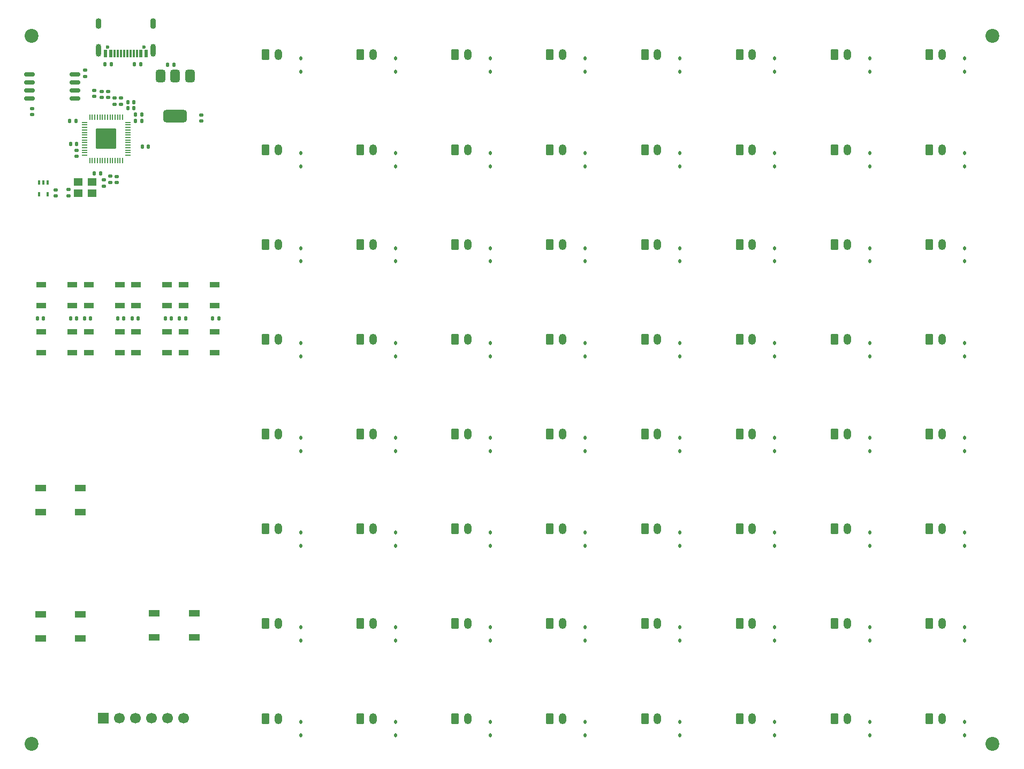
<source format=gbr>
%TF.GenerationSoftware,KiCad,Pcbnew,9.0.1*%
%TF.CreationDate,2025-04-23T11:08:09-04:00*%
%TF.ProjectId,KnH0F,4b6e4830-462e-46b6-9963-61645f706362,rev?*%
%TF.SameCoordinates,Original*%
%TF.FileFunction,Soldermask,Top*%
%TF.FilePolarity,Negative*%
%FSLAX46Y46*%
G04 Gerber Fmt 4.6, Leading zero omitted, Abs format (unit mm)*
G04 Created by KiCad (PCBNEW 9.0.1) date 2025-04-23 11:08:09*
%MOMM*%
%LPD*%
G01*
G04 APERTURE LIST*
G04 Aperture macros list*
%AMRoundRect*
0 Rectangle with rounded corners*
0 $1 Rounding radius*
0 $2 $3 $4 $5 $6 $7 $8 $9 X,Y pos of 4 corners*
0 Add a 4 corners polygon primitive as box body*
4,1,4,$2,$3,$4,$5,$6,$7,$8,$9,$2,$3,0*
0 Add four circle primitives for the rounded corners*
1,1,$1+$1,$2,$3*
1,1,$1+$1,$4,$5*
1,1,$1+$1,$6,$7*
1,1,$1+$1,$8,$9*
0 Add four rect primitives between the rounded corners*
20,1,$1+$1,$2,$3,$4,$5,0*
20,1,$1+$1,$4,$5,$6,$7,0*
20,1,$1+$1,$6,$7,$8,$9,0*
20,1,$1+$1,$8,$9,$2,$3,0*%
G04 Aperture macros list end*
%ADD10RoundRect,0.112500X0.112500X-0.187500X0.112500X0.187500X-0.112500X0.187500X-0.112500X-0.187500X0*%
%ADD11RoundRect,0.250000X-0.350000X-0.625000X0.350000X-0.625000X0.350000X0.625000X-0.350000X0.625000X0*%
%ADD12O,1.200000X1.750000*%
%ADD13C,2.200000*%
%ADD14RoundRect,0.140000X-0.140000X-0.170000X0.140000X-0.170000X0.140000X0.170000X-0.140000X0.170000X0*%
%ADD15RoundRect,0.140000X0.140000X0.170000X-0.140000X0.170000X-0.140000X-0.170000X0.140000X-0.170000X0*%
%ADD16RoundRect,0.050000X-0.387500X-0.050000X0.387500X-0.050000X0.387500X0.050000X-0.387500X0.050000X0*%
%ADD17RoundRect,0.050000X-0.050000X-0.387500X0.050000X-0.387500X0.050000X0.387500X-0.050000X0.387500X0*%
%ADD18RoundRect,0.144000X-1.456000X-1.456000X1.456000X-1.456000X1.456000X1.456000X-1.456000X1.456000X0*%
%ADD19R,1.700000X1.000000*%
%ADD20RoundRect,0.140000X0.170000X-0.140000X0.170000X0.140000X-0.170000X0.140000X-0.170000X-0.140000X0*%
%ADD21RoundRect,0.090000X-0.660000X-0.360000X0.660000X-0.360000X0.660000X0.360000X-0.660000X0.360000X0*%
%ADD22RoundRect,0.140000X-0.170000X0.140000X-0.170000X-0.140000X0.170000X-0.140000X0.170000X0.140000X0*%
%ADD23RoundRect,0.135000X0.135000X0.185000X-0.135000X0.185000X-0.135000X-0.185000X0.135000X-0.185000X0*%
%ADD24RoundRect,0.090000X0.660000X0.360000X-0.660000X0.360000X-0.660000X-0.360000X0.660000X-0.360000X0*%
%ADD25RoundRect,0.135000X-0.185000X0.135000X-0.185000X-0.135000X0.185000X-0.135000X0.185000X0.135000X0*%
%ADD26RoundRect,0.375000X-0.375000X0.625000X-0.375000X-0.625000X0.375000X-0.625000X0.375000X0.625000X0*%
%ADD27RoundRect,0.500000X-1.400000X0.500000X-1.400000X-0.500000X1.400000X-0.500000X1.400000X0.500000X0*%
%ADD28RoundRect,0.135000X-0.135000X-0.185000X0.135000X-0.185000X0.135000X0.185000X-0.135000X0.185000X0*%
%ADD29RoundRect,0.100000X-0.100000X0.225000X-0.100000X-0.225000X0.100000X-0.225000X0.100000X0.225000X0*%
%ADD30C,0.600000*%
%ADD31R,0.600000X1.160000*%
%ADD32R,0.300000X1.160000*%
%ADD33O,0.900000X2.000000*%
%ADD34O,0.900000X1.700000*%
%ADD35R,1.400000X1.200000*%
%ADD36RoundRect,0.162500X-0.650000X-0.162500X0.650000X-0.162500X0.650000X0.162500X-0.650000X0.162500X0*%
%ADD37R,1.700000X1.700000*%
%ADD38C,1.700000*%
G04 APERTURE END LIST*
D10*
%TO.C,D42*%
X81550000Y-104677500D03*
X81550000Y-102577500D03*
%TD*%
D11*
%TO.C,SW53*%
X121000000Y-117000000D03*
D12*
X123000000Y-117000000D03*
%TD*%
D10*
%TO.C,D62*%
X141550000Y-134677500D03*
X141550000Y-132577500D03*
%TD*%
D11*
%TO.C,SW36*%
X106000000Y-87000000D03*
D12*
X108000000Y-87000000D03*
%TD*%
D10*
%TO.C,D26*%
X81550000Y-74677500D03*
X81550000Y-72577500D03*
%TD*%
D11*
%TO.C,SW37*%
X121000000Y-87000000D03*
D12*
X123000000Y-87000000D03*
%TD*%
D11*
%TO.C,SW32*%
X166000000Y-72000000D03*
D12*
X168000000Y-72000000D03*
%TD*%
D11*
%TO.C,SW44*%
X106000000Y-102000000D03*
D12*
X108000000Y-102000000D03*
%TD*%
D11*
%TO.C,SW20*%
X106000000Y-57000000D03*
D12*
X108000000Y-57000000D03*
%TD*%
D10*
%TO.C,D10*%
X81550000Y-44677500D03*
X81550000Y-42577500D03*
%TD*%
%TO.C,D63*%
X156550000Y-134677500D03*
X156550000Y-132577500D03*
%TD*%
%TO.C,D7*%
X156550000Y-29677500D03*
X156550000Y-27577500D03*
%TD*%
%TO.C,D48*%
X171550000Y-104677500D03*
X171550000Y-102577500D03*
%TD*%
%TO.C,D27*%
X96550000Y-74677500D03*
X96550000Y-72577500D03*
%TD*%
D11*
%TO.C,SW6*%
X136000000Y-27000000D03*
D12*
X138000000Y-27000000D03*
%TD*%
D10*
%TO.C,D6*%
X141550000Y-29677500D03*
X141550000Y-27577500D03*
%TD*%
D11*
%TO.C,SW29*%
X121000000Y-72000000D03*
D12*
X123000000Y-72000000D03*
%TD*%
D10*
%TO.C,D1*%
X66550000Y-29677500D03*
X66550000Y-27577500D03*
%TD*%
D11*
%TO.C,SW47*%
X151000000Y-102000000D03*
D12*
X153000000Y-102000000D03*
%TD*%
D11*
%TO.C,SW48*%
X166000000Y-102000000D03*
D12*
X168000000Y-102000000D03*
%TD*%
D11*
%TO.C,SW4*%
X106000000Y-27000000D03*
D12*
X108000000Y-27000000D03*
%TD*%
D11*
%TO.C,SW23*%
X151000000Y-57000000D03*
D12*
X153000000Y-57000000D03*
%TD*%
D11*
%TO.C,SW28*%
X106000000Y-72000000D03*
D12*
X108000000Y-72000000D03*
%TD*%
D11*
%TO.C,SW62*%
X136000000Y-132000000D03*
D12*
X138000000Y-132000000D03*
%TD*%
D10*
%TO.C,D32*%
X171550000Y-74677500D03*
X171550000Y-72577500D03*
%TD*%
%TO.C,D17*%
X66550000Y-59677500D03*
X66550000Y-57577500D03*
%TD*%
D11*
%TO.C,SW63*%
X151000000Y-132000000D03*
D12*
X153000000Y-132000000D03*
%TD*%
D11*
%TO.C,SW18*%
X76000000Y-57000000D03*
D12*
X78000000Y-57000000D03*
%TD*%
D10*
%TO.C,D14*%
X141550000Y-44677500D03*
X141550000Y-42577500D03*
%TD*%
D11*
%TO.C,SW51*%
X91000000Y-117000000D03*
D12*
X93000000Y-117000000D03*
%TD*%
D11*
%TO.C,SW61*%
X121000000Y-132000000D03*
D12*
X123000000Y-132000000D03*
%TD*%
D10*
%TO.C,D40*%
X171550000Y-89677500D03*
X171550000Y-87577500D03*
%TD*%
D11*
%TO.C,SW1*%
X61000000Y-27000000D03*
D12*
X63000000Y-27000000D03*
%TD*%
D11*
%TO.C,SW33*%
X61000000Y-87000000D03*
D12*
X63000000Y-87000000D03*
%TD*%
D11*
%TO.C,SW58*%
X76000000Y-132000000D03*
D12*
X78000000Y-132000000D03*
%TD*%
D10*
%TO.C,D25*%
X66550000Y-74677500D03*
X66550000Y-72577500D03*
%TD*%
D11*
%TO.C,SW25*%
X61000000Y-72000000D03*
D12*
X63000000Y-72000000D03*
%TD*%
D11*
%TO.C,SW8*%
X166000000Y-27000000D03*
D12*
X168000000Y-27000000D03*
%TD*%
D10*
%TO.C,D47*%
X156550000Y-104677500D03*
X156550000Y-102577500D03*
%TD*%
D11*
%TO.C,SW7*%
X151000000Y-27000000D03*
D12*
X153000000Y-27000000D03*
%TD*%
D11*
%TO.C,SW38*%
X136000000Y-87000000D03*
D12*
X138000000Y-87000000D03*
%TD*%
D10*
%TO.C,D2*%
X81550000Y-29677500D03*
X81550000Y-27577500D03*
%TD*%
%TO.C,D64*%
X171550000Y-134677500D03*
X171550000Y-132577500D03*
%TD*%
D11*
%TO.C,SW35*%
X91000000Y-87000000D03*
D12*
X93000000Y-87000000D03*
%TD*%
D11*
%TO.C,SW2*%
X76000000Y-27000000D03*
D12*
X78000000Y-27000000D03*
%TD*%
D10*
%TO.C,D29*%
X126550000Y-74677500D03*
X126550000Y-72577500D03*
%TD*%
%TO.C,D3*%
X96550000Y-29677500D03*
X96550000Y-27577500D03*
%TD*%
D11*
%TO.C,SW16*%
X166000000Y-42000000D03*
D12*
X168000000Y-42000000D03*
%TD*%
D11*
%TO.C,SW21*%
X121000000Y-57000000D03*
D12*
X123000000Y-57000000D03*
%TD*%
D11*
%TO.C,SW27*%
X91000000Y-72000000D03*
D12*
X93000000Y-72000000D03*
%TD*%
D11*
%TO.C,SW9*%
X61000000Y-42000000D03*
D12*
X63000000Y-42000000D03*
%TD*%
D10*
%TO.C,D50*%
X81550000Y-119677500D03*
X81550000Y-117577500D03*
%TD*%
%TO.C,D51*%
X96550000Y-119677500D03*
X96550000Y-117577500D03*
%TD*%
%TO.C,D22*%
X141550000Y-59677500D03*
X141550000Y-57577500D03*
%TD*%
%TO.C,D58*%
X81550000Y-134677500D03*
X81550000Y-132577500D03*
%TD*%
%TO.C,D36*%
X111550000Y-89677500D03*
X111550000Y-87577500D03*
%TD*%
%TO.C,D5*%
X126550000Y-29677500D03*
X126550000Y-27577500D03*
%TD*%
%TO.C,D15*%
X156550000Y-44677500D03*
X156550000Y-42577500D03*
%TD*%
%TO.C,D30*%
X141550000Y-74677500D03*
X141550000Y-72577500D03*
%TD*%
%TO.C,D23*%
X156550000Y-59677500D03*
X156550000Y-57577500D03*
%TD*%
D11*
%TO.C,SW46*%
X136000000Y-102000000D03*
D12*
X138000000Y-102000000D03*
%TD*%
D10*
%TO.C,D21*%
X126550000Y-59677500D03*
X126550000Y-57577500D03*
%TD*%
%TO.C,D45*%
X126550000Y-104677500D03*
X126550000Y-102577500D03*
%TD*%
%TO.C,D13*%
X126550000Y-44677500D03*
X126550000Y-42577500D03*
%TD*%
%TO.C,D52*%
X111550000Y-119677500D03*
X111550000Y-117577500D03*
%TD*%
%TO.C,D43*%
X96550000Y-104677500D03*
X96550000Y-102577500D03*
%TD*%
D11*
%TO.C,SW49*%
X61000000Y-117000000D03*
D12*
X63000000Y-117000000D03*
%TD*%
D10*
%TO.C,D55*%
X156550000Y-119677500D03*
X156550000Y-117577500D03*
%TD*%
D11*
%TO.C,SW40*%
X166000000Y-87000000D03*
D12*
X168000000Y-87000000D03*
%TD*%
D10*
%TO.C,D44*%
X111550000Y-104677500D03*
X111550000Y-102577500D03*
%TD*%
%TO.C,D49*%
X66550000Y-119677500D03*
X66550000Y-117577500D03*
%TD*%
D11*
%TO.C,SW5*%
X121000000Y-27000000D03*
D12*
X123000000Y-27000000D03*
%TD*%
D11*
%TO.C,SW30*%
X136000000Y-72000000D03*
D12*
X138000000Y-72000000D03*
%TD*%
D11*
%TO.C,SW10*%
X76000000Y-42000000D03*
D12*
X78000000Y-42000000D03*
%TD*%
D11*
%TO.C,SW17*%
X61000000Y-57000000D03*
D12*
X63000000Y-57000000D03*
%TD*%
D11*
%TO.C,SW22*%
X136000000Y-57000000D03*
D12*
X138000000Y-57000000D03*
%TD*%
D11*
%TO.C,SW55*%
X151000000Y-117000000D03*
D12*
X153000000Y-117000000D03*
%TD*%
D11*
%TO.C,SW31*%
X151000000Y-72000000D03*
D12*
X153000000Y-72000000D03*
%TD*%
D11*
%TO.C,SW19*%
X91000000Y-57000000D03*
D12*
X93000000Y-57000000D03*
%TD*%
D10*
%TO.C,D9*%
X66550000Y-44677500D03*
X66550000Y-42577500D03*
%TD*%
%TO.C,D20*%
X111550000Y-59677500D03*
X111550000Y-57577500D03*
%TD*%
D11*
%TO.C,SW15*%
X151000000Y-42000000D03*
D12*
X153000000Y-42000000D03*
%TD*%
D11*
%TO.C,SW3*%
X91000000Y-27000000D03*
D12*
X93000000Y-27000000D03*
%TD*%
D10*
%TO.C,D56*%
X171550000Y-119677500D03*
X171550000Y-117577500D03*
%TD*%
D11*
%TO.C,SW26*%
X76000000Y-72000000D03*
D12*
X78000000Y-72000000D03*
%TD*%
D11*
%TO.C,SW34*%
X76000000Y-87000000D03*
D12*
X78000000Y-87000000D03*
%TD*%
D11*
%TO.C,SW54*%
X136000000Y-117000000D03*
D12*
X138000000Y-117000000D03*
%TD*%
D11*
%TO.C,SW64*%
X166000000Y-132000000D03*
D12*
X168000000Y-132000000D03*
%TD*%
D10*
%TO.C,D31*%
X156550000Y-74677500D03*
X156550000Y-72577500D03*
%TD*%
%TO.C,D33*%
X66550000Y-89677500D03*
X66550000Y-87577500D03*
%TD*%
D11*
%TO.C,SW50*%
X76000000Y-117000000D03*
D12*
X78000000Y-117000000D03*
%TD*%
D10*
%TO.C,D11*%
X96550000Y-44677500D03*
X96550000Y-42577500D03*
%TD*%
%TO.C,D16*%
X171550000Y-44677500D03*
X171550000Y-42577500D03*
%TD*%
%TO.C,D12*%
X111550000Y-44677500D03*
X111550000Y-42577500D03*
%TD*%
D11*
%TO.C,SW12*%
X106000000Y-42000000D03*
D12*
X108000000Y-42000000D03*
%TD*%
D11*
%TO.C,SW43*%
X91000000Y-102000000D03*
D12*
X93000000Y-102000000D03*
%TD*%
D11*
%TO.C,SW60*%
X106000000Y-132000000D03*
D12*
X108000000Y-132000000D03*
%TD*%
D11*
%TO.C,SW52*%
X106000000Y-117000000D03*
D12*
X108000000Y-117000000D03*
%TD*%
D10*
%TO.C,D4*%
X111550000Y-29677500D03*
X111550000Y-27577500D03*
%TD*%
%TO.C,D41*%
X66550000Y-104677500D03*
X66550000Y-102577500D03*
%TD*%
%TO.C,D8*%
X171550000Y-29677500D03*
X171550000Y-27577500D03*
%TD*%
%TO.C,D34*%
X81550000Y-89677500D03*
X81550000Y-87577500D03*
%TD*%
%TO.C,D37*%
X126550000Y-89677500D03*
X126550000Y-87577500D03*
%TD*%
%TO.C,D59*%
X96550000Y-134677500D03*
X96550000Y-132577500D03*
%TD*%
%TO.C,D60*%
X111550000Y-134677500D03*
X111550000Y-132577500D03*
%TD*%
D11*
%TO.C,SW14*%
X136000000Y-42000000D03*
D12*
X138000000Y-42000000D03*
%TD*%
D10*
%TO.C,D39*%
X156550000Y-89677500D03*
X156550000Y-87577500D03*
%TD*%
%TO.C,D19*%
X96550000Y-59677500D03*
X96550000Y-57577500D03*
%TD*%
%TO.C,D28*%
X111550000Y-74677500D03*
X111550000Y-72577500D03*
%TD*%
%TO.C,D53*%
X126550000Y-119677500D03*
X126550000Y-117577500D03*
%TD*%
%TO.C,D35*%
X96550000Y-89677500D03*
X96550000Y-87577500D03*
%TD*%
%TO.C,D18*%
X81550000Y-59677500D03*
X81550000Y-57577500D03*
%TD*%
D11*
%TO.C,SW57*%
X61000000Y-132000000D03*
D12*
X63000000Y-132000000D03*
%TD*%
D10*
%TO.C,D54*%
X141550000Y-119677500D03*
X141550000Y-117577500D03*
%TD*%
%TO.C,D57*%
X66550000Y-134677500D03*
X66550000Y-132577500D03*
%TD*%
%TO.C,D46*%
X141550000Y-104677500D03*
X141550000Y-102577500D03*
%TD*%
D11*
%TO.C,SW39*%
X151000000Y-87000000D03*
D12*
X153000000Y-87000000D03*
%TD*%
D11*
%TO.C,SW59*%
X91000000Y-132000000D03*
D12*
X93000000Y-132000000D03*
%TD*%
D11*
%TO.C,SW13*%
X121000000Y-42000000D03*
D12*
X123000000Y-42000000D03*
%TD*%
D10*
%TO.C,D61*%
X126550000Y-134677500D03*
X126550000Y-132577500D03*
%TD*%
D11*
%TO.C,SW45*%
X121000000Y-102000000D03*
D12*
X123000000Y-102000000D03*
%TD*%
D10*
%TO.C,D38*%
X141550000Y-89677500D03*
X141550000Y-87577500D03*
%TD*%
D11*
%TO.C,SW42*%
X76000000Y-102000000D03*
D12*
X78000000Y-102000000D03*
%TD*%
D11*
%TO.C,SW11*%
X91000000Y-42000000D03*
D12*
X93000000Y-42000000D03*
%TD*%
D11*
%TO.C,SW56*%
X166000000Y-117000000D03*
D12*
X168000000Y-117000000D03*
%TD*%
D10*
%TO.C,D24*%
X171550000Y-59677500D03*
X171550000Y-57577500D03*
%TD*%
D11*
%TO.C,SW24*%
X166000000Y-57000000D03*
D12*
X168000000Y-57000000D03*
%TD*%
D11*
%TO.C,SW41*%
X61000000Y-102000000D03*
D12*
X63000000Y-102000000D03*
%TD*%
D13*
%TO.C,H1*%
X24000000Y-24000000D03*
%TD*%
D14*
%TO.C,C21*%
X39222500Y-35475000D03*
X40182500Y-35475000D03*
%TD*%
D15*
%TO.C,C25*%
X34887746Y-45770000D03*
X33927746Y-45770000D03*
%TD*%
%TO.C,C4*%
X53605000Y-68730000D03*
X52645000Y-68730000D03*
%TD*%
%TO.C,C16*%
X31142500Y-41130000D03*
X30182500Y-41130000D03*
%TD*%
D16*
%TO.C,U3*%
X32370246Y-37690000D03*
X32370246Y-38090000D03*
X32370246Y-38490000D03*
X32370246Y-38890000D03*
X32370246Y-39290000D03*
X32370246Y-39690000D03*
X32370246Y-40090000D03*
X32370246Y-40490000D03*
X32370246Y-40890000D03*
X32370246Y-41290000D03*
X32370246Y-41690000D03*
X32370246Y-42090000D03*
X32370246Y-42490000D03*
X32370246Y-42890000D03*
D17*
X33207746Y-43727500D03*
X33607746Y-43727500D03*
X34007746Y-43727500D03*
X34407746Y-43727500D03*
X34807746Y-43727500D03*
X35207746Y-43727500D03*
X35607746Y-43727500D03*
X36007746Y-43727500D03*
X36407746Y-43727500D03*
X36807746Y-43727500D03*
X37207746Y-43727500D03*
X37607746Y-43727500D03*
X38007746Y-43727500D03*
X38407746Y-43727500D03*
D16*
X39245246Y-42890000D03*
X39245246Y-42490000D03*
X39245246Y-42090000D03*
X39245246Y-41690000D03*
X39245246Y-41290000D03*
X39245246Y-40890000D03*
X39245246Y-40490000D03*
X39245246Y-40090000D03*
X39245246Y-39690000D03*
X39245246Y-39290000D03*
X39245246Y-38890000D03*
X39245246Y-38490000D03*
X39245246Y-38090000D03*
X39245246Y-37690000D03*
D17*
X38407746Y-36852500D03*
X38007746Y-36852500D03*
X37607746Y-36852500D03*
X37207746Y-36852500D03*
X36807746Y-36852500D03*
X36407746Y-36852500D03*
X36007746Y-36852500D03*
X35607746Y-36852500D03*
X35207746Y-36852500D03*
X34807746Y-36852500D03*
X34407746Y-36852500D03*
X34007746Y-36852500D03*
X33607746Y-36852500D03*
X33207746Y-36852500D03*
D18*
X35807746Y-40290000D03*
%TD*%
D15*
%TO.C,C1*%
X31105000Y-68730000D03*
X30145000Y-68730000D03*
%TD*%
D13*
%TO.C,H2*%
X176000000Y-24000000D03*
%TD*%
D19*
%TO.C,SW65*%
X31710000Y-119360000D03*
X25410000Y-119360000D03*
X31710000Y-115560000D03*
X25410000Y-115560000D03*
%TD*%
D14*
%TO.C,C12*%
X40452500Y-37455000D03*
X41412500Y-37455000D03*
%TD*%
D20*
%TO.C,C9*%
X27810000Y-49320000D03*
X27810000Y-48360000D03*
%TD*%
D14*
%TO.C,C8*%
X47395000Y-68730000D03*
X48355000Y-68730000D03*
%TD*%
D20*
%TO.C,C23*%
X50850000Y-37507500D03*
X50850000Y-36547500D03*
%TD*%
D21*
%TO.C,NP5*%
X25550000Y-70850000D03*
X25550000Y-74150000D03*
X30450000Y-74150000D03*
X30450000Y-70850000D03*
%TD*%
D22*
%TO.C,C24*%
X32482500Y-29450000D03*
X32482500Y-30410000D03*
%TD*%
D14*
%TO.C,C7*%
X39895000Y-68730000D03*
X40855000Y-68730000D03*
%TD*%
D23*
%TO.C,R4*%
X41250000Y-28490000D03*
X40230000Y-28490000D03*
%TD*%
D24*
%TO.C,NP3*%
X45450000Y-66650000D03*
X45450000Y-63350000D03*
X40550000Y-63350000D03*
X40550000Y-66650000D03*
%TD*%
D20*
%TO.C,C26*%
X29830000Y-49280000D03*
X29830000Y-48320000D03*
%TD*%
D25*
%TO.C,R6*%
X35422500Y-46780000D03*
X35422500Y-47800000D03*
%TD*%
D21*
%TO.C,NP6*%
X33050000Y-70850000D03*
X33050000Y-74150000D03*
X37950000Y-74150000D03*
X37950000Y-70850000D03*
%TD*%
D22*
%TO.C,R2*%
X38102500Y-33855000D03*
X38102500Y-34815000D03*
%TD*%
D15*
%TO.C,C2*%
X38605000Y-68730000D03*
X37645000Y-68730000D03*
%TD*%
%TO.C,C15*%
X31012500Y-37430000D03*
X30052500Y-37430000D03*
%TD*%
D14*
%TO.C,C5*%
X24895000Y-68730000D03*
X25855000Y-68730000D03*
%TD*%
%TO.C,C6*%
X32395000Y-68730000D03*
X33355000Y-68730000D03*
%TD*%
D20*
%TO.C,C19*%
X35102500Y-33730000D03*
X35102500Y-32770000D03*
%TD*%
D14*
%TO.C,C13*%
X40454500Y-36467000D03*
X41414500Y-36467000D03*
%TD*%
D20*
%TO.C,C18*%
X36092500Y-33730000D03*
X36092500Y-32770000D03*
%TD*%
D13*
%TO.C,H3*%
X24000000Y-136000000D03*
%TD*%
D22*
%TO.C,R1*%
X37122500Y-33850000D03*
X37122500Y-34810000D03*
%TD*%
D21*
%TO.C,NP7*%
X40550000Y-70850000D03*
X40550000Y-74150000D03*
X45450000Y-74150000D03*
X45450000Y-70850000D03*
%TD*%
D14*
%TO.C,C20*%
X39212500Y-34475000D03*
X40172500Y-34475000D03*
%TD*%
D26*
%TO.C,U2*%
X49022500Y-30380000D03*
X46722500Y-30380000D03*
D27*
X46722500Y-36680000D03*
D26*
X44422500Y-30380000D03*
%TD*%
D14*
%TO.C,C14*%
X41500000Y-41520000D03*
X42460000Y-41520000D03*
%TD*%
D21*
%TO.C,NP8*%
X48050000Y-70850000D03*
X48050000Y-74150000D03*
X52950000Y-74150000D03*
X52950000Y-70850000D03*
%TD*%
D15*
%TO.C,C3*%
X46105000Y-68730000D03*
X45145000Y-68730000D03*
%TD*%
D22*
%TO.C,C11*%
X37502500Y-46230000D03*
X37502500Y-47190000D03*
%TD*%
D24*
%TO.C,NP2*%
X37950000Y-66650000D03*
X37950000Y-63350000D03*
X33050000Y-63350000D03*
X33050000Y-66650000D03*
%TD*%
D22*
%TO.C,R5*%
X24072500Y-35480000D03*
X24072500Y-36440000D03*
%TD*%
%TO.C,C17*%
X36467746Y-46214000D03*
X36467746Y-47174000D03*
%TD*%
D13*
%TO.C,H4*%
X176000000Y-136000000D03*
%TD*%
D24*
%TO.C,NP1*%
X30450000Y-66650000D03*
X30450000Y-63350000D03*
X25550000Y-63350000D03*
X25550000Y-66650000D03*
%TD*%
D28*
%TO.C,R3*%
X35590000Y-28490000D03*
X36610000Y-28490000D03*
%TD*%
D19*
%TO.C,SW67*%
X43410000Y-115400000D03*
X49710000Y-115400000D03*
X43410000Y-119200000D03*
X49710000Y-119200000D03*
%TD*%
D29*
%TO.C,U1*%
X26520000Y-47200000D03*
X25870000Y-47200000D03*
X25220000Y-47200000D03*
X25220000Y-49100000D03*
X26520000Y-49100000D03*
%TD*%
D30*
%TO.C,J1*%
X41780000Y-25770000D03*
X36000000Y-25770000D03*
D31*
X42090000Y-26830000D03*
X41290000Y-26830000D03*
D32*
X40140000Y-26830000D03*
X39140000Y-26830000D03*
X38640000Y-26830000D03*
X37640000Y-26830000D03*
D31*
X36490000Y-26830000D03*
X35690000Y-26830000D03*
X35690000Y-26830000D03*
X36490000Y-26830000D03*
D32*
X37140000Y-26830000D03*
X38140000Y-26830000D03*
X39640000Y-26830000D03*
X40640000Y-26830000D03*
D31*
X41290000Y-26830000D03*
X42090000Y-26830000D03*
D33*
X43210000Y-26250000D03*
D34*
X43210000Y-22080000D03*
D33*
X34570000Y-26250000D03*
D34*
X34570000Y-22080000D03*
%TD*%
D22*
%TO.C,R7*%
X31110000Y-42110000D03*
X31110000Y-43070000D03*
%TD*%
D19*
%TO.C,SW66*%
X31710000Y-99360000D03*
X25410000Y-99360000D03*
X31710000Y-95560000D03*
X25410000Y-95560000D03*
%TD*%
D14*
%TO.C,C22*%
X45547500Y-28560000D03*
X46507500Y-28560000D03*
%TD*%
D35*
%TO.C,Y1*%
X33602500Y-47160000D03*
X31402500Y-47160000D03*
X31402500Y-48860000D03*
X33602500Y-48860000D03*
%TD*%
D20*
%TO.C,C10*%
X33922500Y-33580000D03*
X33922500Y-32620000D03*
%TD*%
D36*
%TO.C,U4*%
X23675000Y-30065000D03*
X23675000Y-31335000D03*
X23675000Y-32605000D03*
X23675000Y-33875000D03*
X30850000Y-33875000D03*
X30850000Y-32605000D03*
X30850000Y-31335000D03*
X30850000Y-30065000D03*
%TD*%
D24*
%TO.C,NP4*%
X52950000Y-66650000D03*
X52950000Y-63350000D03*
X48050000Y-63350000D03*
X48050000Y-66650000D03*
%TD*%
D37*
%TO.C,J2*%
X35350000Y-131960000D03*
D38*
X37890000Y-131960000D03*
X40430000Y-131960000D03*
X42970000Y-131960000D03*
X45510000Y-131960000D03*
X48050000Y-131960000D03*
%TD*%
M02*

</source>
